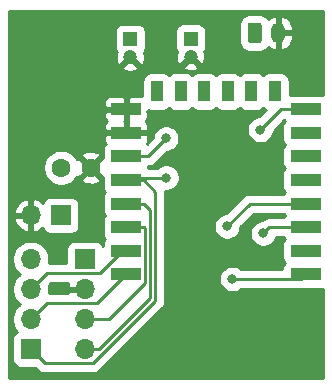
<source format=gbr>
%TF.GenerationSoftware,KiCad,Pcbnew,(5.1.6-0-10_14)*%
%TF.CreationDate,2020-10-28T22:54:16-04:00*%
%TF.ProjectId,weather_external,77656174-6865-4725-9f65-787465726e61,rev?*%
%TF.SameCoordinates,Original*%
%TF.FileFunction,Copper,L1,Top*%
%TF.FilePolarity,Positive*%
%FSLAX46Y46*%
G04 Gerber Fmt 4.6, Leading zero omitted, Abs format (unit mm)*
G04 Created by KiCad (PCBNEW (5.1.6-0-10_14)) date 2020-10-28 22:54:16*
%MOMM*%
%LPD*%
G01*
G04 APERTURE LIST*
%TA.AperFunction,ComponentPad*%
%ADD10O,1.700000X1.700000*%
%TD*%
%TA.AperFunction,ComponentPad*%
%ADD11R,1.700000X1.700000*%
%TD*%
%TA.AperFunction,ComponentPad*%
%ADD12C,1.600000*%
%TD*%
%TA.AperFunction,SMDPad,CuDef*%
%ADD13R,2.500000X1.000000*%
%TD*%
%TA.AperFunction,SMDPad,CuDef*%
%ADD14R,1.000000X1.800000*%
%TD*%
%TA.AperFunction,ComponentPad*%
%ADD15C,1.200000*%
%TD*%
%TA.AperFunction,ComponentPad*%
%ADD16R,1.200000X1.200000*%
%TD*%
%TA.AperFunction,ComponentPad*%
%ADD17O,1.200000X1.750000*%
%TD*%
%TA.AperFunction,ViaPad*%
%ADD18C,0.800000*%
%TD*%
%TA.AperFunction,Conductor*%
%ADD19C,0.250000*%
%TD*%
%TA.AperFunction,Conductor*%
%ADD20C,0.254000*%
%TD*%
G04 APERTURE END LIST*
D10*
%TO.P,FTDI1,4*%
%TO.N,RST*%
X-1425000Y-86630000D03*
%TO.P,FTDI1,3*%
%TO.N,RX*%
X-1425000Y-89170000D03*
%TO.P,FTDI1,2*%
%TO.N,TX*%
X-1425000Y-91710000D03*
D11*
%TO.P,FTDI1,1*%
%TO.N,GPIO0*%
X-1425000Y-94250000D03*
%TD*%
D12*
%TO.P,C3,2*%
%TO.N,RST*%
X1150000Y-78875000D03*
%TO.P,C3,1*%
%TO.N,GPIO15*%
X3650000Y-78875000D03*
%TD*%
D10*
%TO.P,I2C1,4*%
%TO.N,SDA*%
X3150000Y-94270000D03*
%TO.P,I2C1,3*%
%TO.N,SCL*%
X3150000Y-91730000D03*
%TO.P,I2C1,2*%
%TO.N,GPIO15*%
X3150000Y-89190000D03*
D11*
%TO.P,I2C1,1*%
%TO.N,+3V3*%
X3150000Y-86650000D03*
%TD*%
D10*
%TO.P,J1,2*%
%TO.N,GPIO15*%
X-1440000Y-82925000D03*
D11*
%TO.P,J1,1*%
%TO.N,+3V3*%
X1100000Y-82925000D03*
%TD*%
D13*
%TO.P,ESP8266-12E1,22*%
%TO.N,TX*%
X6650000Y-87925000D03*
%TO.P,ESP8266-12E1,21*%
%TO.N,RX*%
X6650000Y-85925000D03*
%TO.P,ESP8266-12E1,20*%
%TO.N,SCL*%
X6650000Y-83925000D03*
%TO.P,ESP8266-12E1,19*%
%TO.N,SDA*%
X6650000Y-81925000D03*
%TO.P,ESP8266-12E1,18*%
%TO.N,GPIO0*%
X6650000Y-79925000D03*
%TO.P,ESP8266-12E1,17*%
%TO.N,GPIO2*%
X6650000Y-77925000D03*
%TO.P,ESP8266-12E1,16*%
%TO.N,GPIO15*%
X6650000Y-75925000D03*
%TO.P,ESP8266-12E1,15*%
X6650000Y-73925000D03*
D14*
%TO.P,ESP8266-12E1,14*%
%TO.N,N/C*%
X9250000Y-72425000D03*
%TO.P,ESP8266-12E1,13*%
X11250000Y-72425000D03*
%TO.P,ESP8266-12E1,12*%
X13250000Y-72425000D03*
%TO.P,ESP8266-12E1,11*%
X15250000Y-72425000D03*
%TO.P,ESP8266-12E1,10*%
X17250000Y-72425000D03*
%TO.P,ESP8266-12E1,9*%
X19250000Y-72425000D03*
D13*
%TO.P,ESP8266-12E1,8*%
%TO.N,+3V3*%
X21850000Y-73925000D03*
%TO.P,ESP8266-12E1,7*%
%TO.N,N/C*%
X21850000Y-75925000D03*
%TO.P,ESP8266-12E1,6*%
X21850000Y-77925000D03*
%TO.P,ESP8266-12E1,5*%
X21850000Y-79925000D03*
%TO.P,ESP8266-12E1,4*%
%TO.N,GPIO16*%
X21850000Y-81925000D03*
%TO.P,ESP8266-12E1,3*%
%TO.N,EN*%
X21850000Y-83925000D03*
%TO.P,ESP8266-12E1,2*%
%TO.N,N/C*%
X21850000Y-85925000D03*
%TO.P,ESP8266-12E1,1*%
%TO.N,RST*%
X21850000Y-87925000D03*
%TD*%
D15*
%TO.P,C2,2*%
%TO.N,GPIO15*%
X7000000Y-69525000D03*
D16*
%TO.P,C2,1*%
%TO.N,+3V3*%
X7000000Y-68025000D03*
%TD*%
D17*
%TO.P,J2,2*%
%TO.N,GPIO15*%
X19525000Y-67475000D03*
%TO.P,J2,1*%
%TO.N,+3V3*%
%TA.AperFunction,ComponentPad*%
G36*
G01*
X16925000Y-68100001D02*
X16925000Y-66849999D01*
G75*
G02*
X17174999Y-66600000I249999J0D01*
G01*
X17875001Y-66600000D01*
G75*
G02*
X18125000Y-66849999I0J-249999D01*
G01*
X18125000Y-68100001D01*
G75*
G02*
X17875001Y-68350000I-249999J0D01*
G01*
X17174999Y-68350000D01*
G75*
G02*
X16925000Y-68100001I0J249999D01*
G01*
G37*
%TD.AperFunction*%
%TD*%
D15*
%TO.P,C1,2*%
%TO.N,GPIO15*%
X12100000Y-69475000D03*
D16*
%TO.P,C1,1*%
%TO.N,+3V3*%
X12100000Y-67975000D03*
%TD*%
D18*
%TO.N,+3V3*%
X18000000Y-75675000D03*
%TO.N,RST*%
X15625000Y-88300000D03*
%TO.N,GPIO0*%
X10050000Y-79725000D03*
%TO.N,GPIO2*%
X10025000Y-76400000D03*
%TO.N,GPIO16*%
X15200000Y-83850000D03*
%TO.N,EN*%
X18250000Y-84450000D03*
%TD*%
D19*
%TO.N,+3V3*%
X19750000Y-73925000D02*
X21850000Y-73925000D01*
X18000000Y-75675000D02*
X19750000Y-73925000D01*
%TO.N,RST*%
X21475000Y-88300000D02*
X21850000Y-87925000D01*
X15625000Y-88300000D02*
X21475000Y-88300000D01*
%TO.N,TX*%
X-80001Y-90365001D02*
X4209999Y-90365001D01*
X4209999Y-90365001D02*
X6650000Y-87925000D01*
X-1425000Y-91710000D02*
X-80001Y-90365001D01*
%TO.N,RX*%
X6314998Y-85925000D02*
X6650000Y-85925000D01*
X4414997Y-87825001D02*
X6314998Y-85925000D01*
X-80001Y-87825001D02*
X4414997Y-87825001D01*
X-1425000Y-89170000D02*
X-80001Y-87825001D01*
%TO.N,SCL*%
X8225001Y-84000001D02*
X8150000Y-83925000D01*
X8225001Y-88685001D02*
X8225001Y-84000001D01*
X8150000Y-83925000D02*
X6650000Y-83925000D01*
X5180002Y-91730000D02*
X8225001Y-88685001D01*
X3150000Y-91730000D02*
X5180002Y-91730000D01*
%TO.N,SDA*%
X8150000Y-81925000D02*
X6650000Y-81925000D01*
X8675011Y-82450011D02*
X8150000Y-81925000D01*
X4352081Y-94270000D02*
X8675011Y-89947070D01*
X8675011Y-89947070D02*
X8675011Y-82450011D01*
X3150000Y-94270000D02*
X4352081Y-94270000D01*
%TO.N,GPIO0*%
X8150000Y-79925000D02*
X6650000Y-79925000D01*
X9125021Y-90133470D02*
X9125021Y-80900021D01*
X9125021Y-80900021D02*
X8150000Y-79925000D01*
X3813490Y-95445001D02*
X9125021Y-90133470D01*
X-229999Y-95445001D02*
X3813490Y-95445001D01*
X-1425000Y-94250000D02*
X-229999Y-95445001D01*
X6850000Y-79725000D02*
X6650000Y-79925000D01*
X10050000Y-79725000D02*
X6850000Y-79725000D01*
%TO.N,GPIO2*%
X8500000Y-77925000D02*
X6650000Y-77925000D01*
X10025000Y-76400000D02*
X8500000Y-77925000D01*
%TO.N,GPIO16*%
X17125000Y-81925000D02*
X21850000Y-81925000D01*
X15200000Y-83850000D02*
X17125000Y-81925000D01*
%TO.N,EN*%
X18775000Y-83925000D02*
X21850000Y-83925000D01*
X18250000Y-84450000D02*
X18775000Y-83925000D01*
%TD*%
D20*
%TO.N,GPIO15*%
G36*
X23303000Y-72726867D02*
G01*
X23242517Y-72708520D01*
X23100000Y-72694483D01*
X20600000Y-72694483D01*
X20480517Y-72706251D01*
X20480517Y-71525000D01*
X20466480Y-71382483D01*
X20424910Y-71245443D01*
X20357403Y-71119147D01*
X20266554Y-71008446D01*
X20155853Y-70917597D01*
X20029557Y-70850090D01*
X19892517Y-70808520D01*
X19750000Y-70794483D01*
X18750000Y-70794483D01*
X18607483Y-70808520D01*
X18470443Y-70850090D01*
X18344147Y-70917597D01*
X18250000Y-70994861D01*
X18155853Y-70917597D01*
X18029557Y-70850090D01*
X17892517Y-70808520D01*
X17750000Y-70794483D01*
X16750000Y-70794483D01*
X16607483Y-70808520D01*
X16470443Y-70850090D01*
X16344147Y-70917597D01*
X16250000Y-70994861D01*
X16155853Y-70917597D01*
X16029557Y-70850090D01*
X15892517Y-70808520D01*
X15750000Y-70794483D01*
X14750000Y-70794483D01*
X14607483Y-70808520D01*
X14470443Y-70850090D01*
X14344147Y-70917597D01*
X14250000Y-70994861D01*
X14155853Y-70917597D01*
X14029557Y-70850090D01*
X13892517Y-70808520D01*
X13750000Y-70794483D01*
X12750000Y-70794483D01*
X12607483Y-70808520D01*
X12470443Y-70850090D01*
X12344147Y-70917597D01*
X12250000Y-70994861D01*
X12155853Y-70917597D01*
X12029557Y-70850090D01*
X11892517Y-70808520D01*
X11750000Y-70794483D01*
X10750000Y-70794483D01*
X10607483Y-70808520D01*
X10470443Y-70850090D01*
X10344147Y-70917597D01*
X10250000Y-70994861D01*
X10155853Y-70917597D01*
X10029557Y-70850090D01*
X9892517Y-70808520D01*
X9750000Y-70794483D01*
X8750000Y-70794483D01*
X8607483Y-70808520D01*
X8470443Y-70850090D01*
X8344147Y-70917597D01*
X8233446Y-71008446D01*
X8142597Y-71119147D01*
X8075090Y-71245443D01*
X8033520Y-71382483D01*
X8019483Y-71525000D01*
X8019483Y-72798696D01*
X7900000Y-72786928D01*
X6935750Y-72790000D01*
X6777000Y-72948750D01*
X6777000Y-73798000D01*
X6797000Y-73798000D01*
X6797000Y-74052000D01*
X6777000Y-74052000D01*
X6777000Y-74901250D01*
X6800750Y-74925000D01*
X6777000Y-74948750D01*
X6777000Y-75798000D01*
X8376250Y-75798000D01*
X8535000Y-75639250D01*
X8538072Y-75425000D01*
X8525812Y-75300518D01*
X8489502Y-75180820D01*
X8430537Y-75070506D01*
X8351185Y-74973815D01*
X8291704Y-74925000D01*
X8351185Y-74876185D01*
X8430537Y-74779494D01*
X8489502Y-74669180D01*
X8525812Y-74549482D01*
X8538072Y-74425000D01*
X8535000Y-74210750D01*
X8376252Y-74052002D01*
X8535000Y-74052002D01*
X8535000Y-74019493D01*
X8607483Y-74041480D01*
X8750000Y-74055517D01*
X9750000Y-74055517D01*
X9892517Y-74041480D01*
X10029557Y-73999910D01*
X10155853Y-73932403D01*
X10250000Y-73855139D01*
X10344147Y-73932403D01*
X10470443Y-73999910D01*
X10607483Y-74041480D01*
X10750000Y-74055517D01*
X11750000Y-74055517D01*
X11892517Y-74041480D01*
X12029557Y-73999910D01*
X12155853Y-73932403D01*
X12250000Y-73855139D01*
X12344147Y-73932403D01*
X12470443Y-73999910D01*
X12607483Y-74041480D01*
X12750000Y-74055517D01*
X13750000Y-74055517D01*
X13892517Y-74041480D01*
X14029557Y-73999910D01*
X14155853Y-73932403D01*
X14250000Y-73855139D01*
X14344147Y-73932403D01*
X14470443Y-73999910D01*
X14607483Y-74041480D01*
X14750000Y-74055517D01*
X15750000Y-74055517D01*
X15892517Y-74041480D01*
X16029557Y-73999910D01*
X16155853Y-73932403D01*
X16250000Y-73855139D01*
X16344147Y-73932403D01*
X16470443Y-73999910D01*
X16607483Y-74041480D01*
X16750000Y-74055517D01*
X17750000Y-74055517D01*
X17892517Y-74041480D01*
X18029557Y-73999910D01*
X18155853Y-73932403D01*
X18250000Y-73855139D01*
X18344147Y-73932403D01*
X18470272Y-73999819D01*
X17922091Y-74548000D01*
X17889000Y-74548000D01*
X17671266Y-74591310D01*
X17466165Y-74676266D01*
X17281579Y-74799602D01*
X17124602Y-74956579D01*
X17001266Y-75141165D01*
X16916310Y-75346266D01*
X16873000Y-75564000D01*
X16873000Y-75786000D01*
X16916310Y-76003734D01*
X17001266Y-76208835D01*
X17124602Y-76393421D01*
X17281579Y-76550398D01*
X17466165Y-76673734D01*
X17671266Y-76758690D01*
X17889000Y-76802000D01*
X18111000Y-76802000D01*
X18328734Y-76758690D01*
X18533835Y-76673734D01*
X18718421Y-76550398D01*
X18875398Y-76393421D01*
X18998734Y-76208835D01*
X19083690Y-76003734D01*
X19127000Y-75786000D01*
X19127000Y-75752909D01*
X20018046Y-74861863D01*
X20069861Y-74925000D01*
X19992597Y-75019147D01*
X19925090Y-75145443D01*
X19883520Y-75282483D01*
X19869483Y-75425000D01*
X19869483Y-76425000D01*
X19883520Y-76567517D01*
X19925090Y-76704557D01*
X19992597Y-76830853D01*
X20069861Y-76925000D01*
X19992597Y-77019147D01*
X19925090Y-77145443D01*
X19883520Y-77282483D01*
X19869483Y-77425000D01*
X19869483Y-78425000D01*
X19883520Y-78567517D01*
X19925090Y-78704557D01*
X19992597Y-78830853D01*
X20069861Y-78925000D01*
X19992597Y-79019147D01*
X19925090Y-79145443D01*
X19883520Y-79282483D01*
X19869483Y-79425000D01*
X19869483Y-80425000D01*
X19883520Y-80567517D01*
X19925090Y-80704557D01*
X19992597Y-80830853D01*
X20069861Y-80925000D01*
X19992597Y-81019147D01*
X19963812Y-81073000D01*
X17166848Y-81073000D01*
X17124999Y-81068878D01*
X17083150Y-81073000D01*
X17083148Y-81073000D01*
X16957979Y-81085328D01*
X16797376Y-81134046D01*
X16649363Y-81213161D01*
X16631716Y-81227644D01*
X16519630Y-81319630D01*
X16492950Y-81352140D01*
X15122091Y-82723000D01*
X15089000Y-82723000D01*
X14871266Y-82766310D01*
X14666165Y-82851266D01*
X14481579Y-82974602D01*
X14324602Y-83131579D01*
X14201266Y-83316165D01*
X14116310Y-83521266D01*
X14073000Y-83739000D01*
X14073000Y-83961000D01*
X14116310Y-84178734D01*
X14201266Y-84383835D01*
X14324602Y-84568421D01*
X14481579Y-84725398D01*
X14666165Y-84848734D01*
X14871266Y-84933690D01*
X15089000Y-84977000D01*
X15311000Y-84977000D01*
X15528734Y-84933690D01*
X15733835Y-84848734D01*
X15918421Y-84725398D01*
X16075398Y-84568421D01*
X16198734Y-84383835D01*
X16283690Y-84178734D01*
X16327000Y-83961000D01*
X16327000Y-83927909D01*
X17477910Y-82777000D01*
X19963812Y-82777000D01*
X19992597Y-82830853D01*
X20069861Y-82925000D01*
X19992597Y-83019147D01*
X19963812Y-83073000D01*
X18816848Y-83073000D01*
X18774999Y-83068878D01*
X18733150Y-83073000D01*
X18733148Y-83073000D01*
X18607979Y-83085328D01*
X18455509Y-83131579D01*
X18447376Y-83134046D01*
X18299363Y-83213161D01*
X18265484Y-83240965D01*
X18169630Y-83319630D01*
X18166864Y-83323000D01*
X18139000Y-83323000D01*
X17921266Y-83366310D01*
X17716165Y-83451266D01*
X17531579Y-83574602D01*
X17374602Y-83731579D01*
X17251266Y-83916165D01*
X17166310Y-84121266D01*
X17123000Y-84339000D01*
X17123000Y-84561000D01*
X17166310Y-84778734D01*
X17251266Y-84983835D01*
X17374602Y-85168421D01*
X17531579Y-85325398D01*
X17716165Y-85448734D01*
X17921266Y-85533690D01*
X18139000Y-85577000D01*
X18361000Y-85577000D01*
X18578734Y-85533690D01*
X18783835Y-85448734D01*
X18968421Y-85325398D01*
X19125398Y-85168421D01*
X19248734Y-84983835D01*
X19333690Y-84778734D01*
X19334035Y-84777000D01*
X19963812Y-84777000D01*
X19992597Y-84830853D01*
X20069861Y-84925000D01*
X19992597Y-85019147D01*
X19925090Y-85145443D01*
X19883520Y-85282483D01*
X19869483Y-85425000D01*
X19869483Y-86425000D01*
X19883520Y-86567517D01*
X19925090Y-86704557D01*
X19992597Y-86830853D01*
X20069861Y-86925000D01*
X19992597Y-87019147D01*
X19925090Y-87145443D01*
X19883520Y-87282483D01*
X19869483Y-87425000D01*
X19869483Y-87448000D01*
X16366819Y-87448000D01*
X16343421Y-87424602D01*
X16158835Y-87301266D01*
X15953734Y-87216310D01*
X15736000Y-87173000D01*
X15514000Y-87173000D01*
X15296266Y-87216310D01*
X15091165Y-87301266D01*
X14906579Y-87424602D01*
X14749602Y-87581579D01*
X14626266Y-87766165D01*
X14541310Y-87971266D01*
X14498000Y-88189000D01*
X14498000Y-88411000D01*
X14541310Y-88628734D01*
X14626266Y-88833835D01*
X14749602Y-89018421D01*
X14906579Y-89175398D01*
X15091165Y-89298734D01*
X15296266Y-89383690D01*
X15514000Y-89427000D01*
X15736000Y-89427000D01*
X15953734Y-89383690D01*
X16158835Y-89298734D01*
X16343421Y-89175398D01*
X16366819Y-89152000D01*
X20564292Y-89152000D01*
X20600000Y-89155517D01*
X21468858Y-89155517D01*
X21475000Y-89156122D01*
X21481142Y-89155517D01*
X23100000Y-89155517D01*
X23242517Y-89141480D01*
X23303001Y-89123133D01*
X23303001Y-96709000D01*
X-3237000Y-96709000D01*
X-3237000Y-93400000D01*
X-3005517Y-93400000D01*
X-3005517Y-95100000D01*
X-2991480Y-95242517D01*
X-2949910Y-95379557D01*
X-2882403Y-95505853D01*
X-2791554Y-95616554D01*
X-2680853Y-95707403D01*
X-2554557Y-95774910D01*
X-2417517Y-95816480D01*
X-2275000Y-95830517D01*
X-1049393Y-95830517D01*
X-862049Y-96017861D01*
X-835369Y-96050371D01*
X-705635Y-96156840D01*
X-557623Y-96235955D01*
X-397020Y-96284673D01*
X-271851Y-96297001D01*
X-271848Y-96297001D01*
X-229999Y-96301123D01*
X-188150Y-96297001D01*
X3771641Y-96297001D01*
X3813490Y-96301123D01*
X3855339Y-96297001D01*
X3855342Y-96297001D01*
X3980511Y-96284673D01*
X4141114Y-96235955D01*
X4289126Y-96156840D01*
X4418860Y-96050371D01*
X4445545Y-96017855D01*
X9697882Y-90765519D01*
X9730391Y-90738840D01*
X9795988Y-90658909D01*
X9836860Y-90609107D01*
X9867149Y-90552440D01*
X9915975Y-90461094D01*
X9964693Y-90300491D01*
X9977021Y-90175322D01*
X9977021Y-90175320D01*
X9981143Y-90133471D01*
X9977021Y-90091622D01*
X9977021Y-80941870D01*
X9981143Y-80900021D01*
X9976413Y-80852000D01*
X10161000Y-80852000D01*
X10378734Y-80808690D01*
X10583835Y-80723734D01*
X10768421Y-80600398D01*
X10925398Y-80443421D01*
X11048734Y-80258835D01*
X11133690Y-80053734D01*
X11177000Y-79836000D01*
X11177000Y-79614000D01*
X11133690Y-79396266D01*
X11048734Y-79191165D01*
X10925398Y-79006579D01*
X10768421Y-78849602D01*
X10583835Y-78726266D01*
X10378734Y-78641310D01*
X10161000Y-78598000D01*
X9939000Y-78598000D01*
X9721266Y-78641310D01*
X9516165Y-78726266D01*
X9331579Y-78849602D01*
X9308181Y-78873000D01*
X8472814Y-78873000D01*
X8507403Y-78830853D01*
X8535874Y-78777589D01*
X8541849Y-78777000D01*
X8541852Y-78777000D01*
X8667021Y-78764672D01*
X8827624Y-78715954D01*
X8975636Y-78636839D01*
X9105370Y-78530370D01*
X9132055Y-78497854D01*
X10102910Y-77527000D01*
X10136000Y-77527000D01*
X10353734Y-77483690D01*
X10558835Y-77398734D01*
X10743421Y-77275398D01*
X10900398Y-77118421D01*
X11023734Y-76933835D01*
X11108690Y-76728734D01*
X11152000Y-76511000D01*
X11152000Y-76289000D01*
X11108690Y-76071266D01*
X11023734Y-75866165D01*
X10900398Y-75681579D01*
X10743421Y-75524602D01*
X10558835Y-75401266D01*
X10353734Y-75316310D01*
X10136000Y-75273000D01*
X9914000Y-75273000D01*
X9696266Y-75316310D01*
X9491165Y-75401266D01*
X9306579Y-75524602D01*
X9149602Y-75681579D01*
X9026266Y-75866165D01*
X8941310Y-76071266D01*
X8898000Y-76289000D01*
X8898000Y-76322090D01*
X8384499Y-76835592D01*
X8430537Y-76779494D01*
X8489502Y-76669180D01*
X8525812Y-76549482D01*
X8538072Y-76425000D01*
X8535000Y-76210750D01*
X8376250Y-76052000D01*
X6777000Y-76052000D01*
X6777000Y-76072000D01*
X6523000Y-76072000D01*
X6523000Y-76052000D01*
X4923750Y-76052000D01*
X4765000Y-76210750D01*
X4761928Y-76425000D01*
X4774188Y-76549482D01*
X4810498Y-76669180D01*
X4869463Y-76779494D01*
X4938328Y-76863406D01*
X4883446Y-76908446D01*
X4792597Y-77019147D01*
X4725090Y-77145443D01*
X4683520Y-77282483D01*
X4669483Y-77425000D01*
X4669483Y-78069761D01*
X4642702Y-78061903D01*
X3829605Y-78875000D01*
X4642702Y-79688097D01*
X4669483Y-79680239D01*
X4669483Y-80425000D01*
X4683520Y-80567517D01*
X4725090Y-80704557D01*
X4792597Y-80830853D01*
X4869861Y-80925000D01*
X4792597Y-81019147D01*
X4725090Y-81145443D01*
X4683520Y-81282483D01*
X4669483Y-81425000D01*
X4669483Y-82425000D01*
X4683520Y-82567517D01*
X4725090Y-82704557D01*
X4792597Y-82830853D01*
X4869861Y-82925000D01*
X4792597Y-83019147D01*
X4725090Y-83145443D01*
X4683520Y-83282483D01*
X4669483Y-83425000D01*
X4669483Y-84425000D01*
X4683520Y-84567517D01*
X4725090Y-84704557D01*
X4792597Y-84830853D01*
X4869861Y-84925000D01*
X4792597Y-85019147D01*
X4725090Y-85145443D01*
X4683520Y-85282483D01*
X4669483Y-85425000D01*
X4669483Y-85510290D01*
X4607403Y-85394147D01*
X4516554Y-85283446D01*
X4405853Y-85192597D01*
X4279557Y-85125090D01*
X4142517Y-85083520D01*
X4000000Y-85069483D01*
X2300000Y-85069483D01*
X2157483Y-85083520D01*
X2020443Y-85125090D01*
X1894147Y-85192597D01*
X1783446Y-85283446D01*
X1692597Y-85394147D01*
X1625090Y-85520443D01*
X1583520Y-85657483D01*
X1569483Y-85800000D01*
X1569483Y-86973001D01*
X114668Y-86973001D01*
X152000Y-86785321D01*
X152000Y-86474679D01*
X91396Y-86170006D01*
X-27481Y-85883011D01*
X-200064Y-85624721D01*
X-419721Y-85405064D01*
X-678011Y-85232481D01*
X-965006Y-85113604D01*
X-1269679Y-85053000D01*
X-1580321Y-85053000D01*
X-1884994Y-85113604D01*
X-2171989Y-85232481D01*
X-2430279Y-85405064D01*
X-2649936Y-85624721D01*
X-2822519Y-85883011D01*
X-2941396Y-86170006D01*
X-3002000Y-86474679D01*
X-3002000Y-86785321D01*
X-2941396Y-87089994D01*
X-2822519Y-87376989D01*
X-2649936Y-87635279D01*
X-2430279Y-87854936D01*
X-2362836Y-87900000D01*
X-2430279Y-87945064D01*
X-2649936Y-88164721D01*
X-2822519Y-88423011D01*
X-2941396Y-88710006D01*
X-3002000Y-89014679D01*
X-3002000Y-89325321D01*
X-2941396Y-89629994D01*
X-2822519Y-89916989D01*
X-2649936Y-90175279D01*
X-2430279Y-90394936D01*
X-2362836Y-90440000D01*
X-2430279Y-90485064D01*
X-2649936Y-90704721D01*
X-2822519Y-90963011D01*
X-2941396Y-91250006D01*
X-3002000Y-91554679D01*
X-3002000Y-91865321D01*
X-2941396Y-92169994D01*
X-2822519Y-92456989D01*
X-2649936Y-92715279D01*
X-2610319Y-92754896D01*
X-2680853Y-92792597D01*
X-2791554Y-92883446D01*
X-2882403Y-92994147D01*
X-2949910Y-93120443D01*
X-2991480Y-93257483D01*
X-3005517Y-93400000D01*
X-3237000Y-93400000D01*
X-3237000Y-83281891D01*
X-2881481Y-83281891D01*
X-2784157Y-83556252D01*
X-2635178Y-83806355D01*
X-2440269Y-84022588D01*
X-2206920Y-84196641D01*
X-1944099Y-84321825D01*
X-1796890Y-84366476D01*
X-1567000Y-84245155D01*
X-1567000Y-83052000D01*
X-2760814Y-83052000D01*
X-2881481Y-83281891D01*
X-3237000Y-83281891D01*
X-3237000Y-82568109D01*
X-2881481Y-82568109D01*
X-2760814Y-82798000D01*
X-1567000Y-82798000D01*
X-1567000Y-81604845D01*
X-1313000Y-81604845D01*
X-1313000Y-82798000D01*
X-1293000Y-82798000D01*
X-1293000Y-83052000D01*
X-1313000Y-83052000D01*
X-1313000Y-84245155D01*
X-1083110Y-84366476D01*
X-935901Y-84321825D01*
X-673080Y-84196641D01*
X-439731Y-84022588D01*
X-435898Y-84018335D01*
X-424910Y-84054557D01*
X-357403Y-84180853D01*
X-266554Y-84291554D01*
X-155853Y-84382403D01*
X-29557Y-84449910D01*
X107483Y-84491480D01*
X250000Y-84505517D01*
X1950000Y-84505517D01*
X2092517Y-84491480D01*
X2229557Y-84449910D01*
X2355853Y-84382403D01*
X2466554Y-84291554D01*
X2557403Y-84180853D01*
X2624910Y-84054557D01*
X2666480Y-83917517D01*
X2680517Y-83775000D01*
X2680517Y-82075000D01*
X2666480Y-81932483D01*
X2624910Y-81795443D01*
X2557403Y-81669147D01*
X2466554Y-81558446D01*
X2355853Y-81467597D01*
X2229557Y-81400090D01*
X2092517Y-81358520D01*
X1950000Y-81344483D01*
X250000Y-81344483D01*
X107483Y-81358520D01*
X-29557Y-81400090D01*
X-155853Y-81467597D01*
X-266554Y-81558446D01*
X-357403Y-81669147D01*
X-424910Y-81795443D01*
X-435898Y-81831665D01*
X-439731Y-81827412D01*
X-673080Y-81653359D01*
X-935901Y-81528175D01*
X-1083110Y-81483524D01*
X-1313000Y-81604845D01*
X-1567000Y-81604845D01*
X-1796890Y-81483524D01*
X-1944099Y-81528175D01*
X-2206920Y-81653359D01*
X-2440269Y-81827412D01*
X-2635178Y-82043645D01*
X-2784157Y-82293748D01*
X-2881481Y-82568109D01*
X-3237000Y-82568109D01*
X-3237000Y-78724604D01*
X-377000Y-78724604D01*
X-377000Y-79025396D01*
X-318319Y-79320410D01*
X-203210Y-79598306D01*
X-36099Y-79848406D01*
X176594Y-80061099D01*
X426694Y-80228210D01*
X704590Y-80343319D01*
X999604Y-80402000D01*
X1300396Y-80402000D01*
X1595410Y-80343319D01*
X1873306Y-80228210D01*
X2123406Y-80061099D01*
X2316803Y-79867702D01*
X2836903Y-79867702D01*
X2908486Y-80111671D01*
X3163996Y-80232571D01*
X3438184Y-80301300D01*
X3720512Y-80315217D01*
X4000130Y-80273787D01*
X4266292Y-80178603D01*
X4391514Y-80111671D01*
X4463097Y-79867702D01*
X3650000Y-79054605D01*
X2836903Y-79867702D01*
X2316803Y-79867702D01*
X2336099Y-79848406D01*
X2478305Y-79635579D01*
X2657298Y-79688097D01*
X3470395Y-78875000D01*
X2657298Y-78061903D01*
X2478305Y-78114421D01*
X2336099Y-77901594D01*
X2316803Y-77882298D01*
X2836903Y-77882298D01*
X3650000Y-78695395D01*
X4463097Y-77882298D01*
X4391514Y-77638329D01*
X4136004Y-77517429D01*
X3861816Y-77448700D01*
X3579488Y-77434783D01*
X3299870Y-77476213D01*
X3033708Y-77571397D01*
X2908486Y-77638329D01*
X2836903Y-77882298D01*
X2316803Y-77882298D01*
X2123406Y-77688901D01*
X1873306Y-77521790D01*
X1595410Y-77406681D01*
X1300396Y-77348000D01*
X999604Y-77348000D01*
X704590Y-77406681D01*
X426694Y-77521790D01*
X176594Y-77688901D01*
X-36099Y-77901594D01*
X-203210Y-78151694D01*
X-318319Y-78429590D01*
X-377000Y-78724604D01*
X-3237000Y-78724604D01*
X-3237000Y-74425000D01*
X4761928Y-74425000D01*
X4774188Y-74549482D01*
X4810498Y-74669180D01*
X4869463Y-74779494D01*
X4948815Y-74876185D01*
X5008296Y-74925000D01*
X4948815Y-74973815D01*
X4869463Y-75070506D01*
X4810498Y-75180820D01*
X4774188Y-75300518D01*
X4761928Y-75425000D01*
X4765000Y-75639250D01*
X4923750Y-75798000D01*
X6523000Y-75798000D01*
X6523000Y-74948750D01*
X6499250Y-74925000D01*
X6523000Y-74901250D01*
X6523000Y-74052000D01*
X4923750Y-74052000D01*
X4765000Y-74210750D01*
X4761928Y-74425000D01*
X-3237000Y-74425000D01*
X-3237000Y-73425000D01*
X4761928Y-73425000D01*
X4765000Y-73639250D01*
X4923750Y-73798000D01*
X6523000Y-73798000D01*
X6523000Y-72948750D01*
X6364250Y-72790000D01*
X5400000Y-72786928D01*
X5275518Y-72799188D01*
X5155820Y-72835498D01*
X5045506Y-72894463D01*
X4948815Y-72973815D01*
X4869463Y-73070506D01*
X4810498Y-73180820D01*
X4774188Y-73300518D01*
X4761928Y-73425000D01*
X-3237000Y-73425000D01*
X-3237000Y-70374764D01*
X6329841Y-70374764D01*
X6377148Y-70598348D01*
X6598516Y-70699237D01*
X6835313Y-70755000D01*
X7078438Y-70763495D01*
X7318549Y-70724395D01*
X7546418Y-70639202D01*
X7622852Y-70598348D01*
X7670159Y-70374764D01*
X7620159Y-70324764D01*
X11429841Y-70324764D01*
X11477148Y-70548348D01*
X11698516Y-70649237D01*
X11935313Y-70705000D01*
X12178438Y-70713495D01*
X12418549Y-70674395D01*
X12646418Y-70589202D01*
X12722852Y-70548348D01*
X12770159Y-70324764D01*
X12100000Y-69654605D01*
X11429841Y-70324764D01*
X7620159Y-70324764D01*
X7000000Y-69704605D01*
X6329841Y-70374764D01*
X-3237000Y-70374764D01*
X-3237000Y-67425000D01*
X5669483Y-67425000D01*
X5669483Y-68625000D01*
X5683520Y-68767517D01*
X5725090Y-68904557D01*
X5792597Y-69030853D01*
X5841073Y-69089922D01*
X5825763Y-69123516D01*
X5770000Y-69360313D01*
X5761505Y-69603438D01*
X5800605Y-69843549D01*
X5885798Y-70071418D01*
X5926652Y-70147852D01*
X6150236Y-70195159D01*
X6820395Y-69525000D01*
X6806253Y-69510858D01*
X6961593Y-69355517D01*
X7038407Y-69355517D01*
X7193748Y-69510858D01*
X7179605Y-69525000D01*
X7849764Y-70195159D01*
X8073348Y-70147852D01*
X8174237Y-69926484D01*
X8230000Y-69689687D01*
X8238495Y-69446562D01*
X8199395Y-69206451D01*
X8156798Y-69092516D01*
X8207403Y-69030853D01*
X8274910Y-68904557D01*
X8316480Y-68767517D01*
X8330517Y-68625000D01*
X8330517Y-67425000D01*
X8325593Y-67375000D01*
X10769483Y-67375000D01*
X10769483Y-68575000D01*
X10783520Y-68717517D01*
X10825090Y-68854557D01*
X10892597Y-68980853D01*
X10941073Y-69039922D01*
X10925763Y-69073516D01*
X10870000Y-69310313D01*
X10861505Y-69553438D01*
X10900605Y-69793549D01*
X10985798Y-70021418D01*
X11026652Y-70097852D01*
X11250236Y-70145159D01*
X11920395Y-69475000D01*
X11906253Y-69460858D01*
X12061593Y-69305517D01*
X12138407Y-69305517D01*
X12293748Y-69460858D01*
X12279605Y-69475000D01*
X12949764Y-70145159D01*
X13173348Y-70097852D01*
X13274237Y-69876484D01*
X13330000Y-69639687D01*
X13338495Y-69396562D01*
X13299395Y-69156451D01*
X13256798Y-69042516D01*
X13307403Y-68980853D01*
X13374910Y-68854557D01*
X13416480Y-68717517D01*
X13430517Y-68575000D01*
X13430517Y-67375000D01*
X13416480Y-67232483D01*
X13374910Y-67095443D01*
X13307403Y-66969147D01*
X13216554Y-66858446D01*
X13206262Y-66849999D01*
X16194483Y-66849999D01*
X16194483Y-68100001D01*
X16213323Y-68291290D01*
X16269120Y-68475228D01*
X16359730Y-68644747D01*
X16481669Y-68793331D01*
X16630253Y-68915270D01*
X16799772Y-69005880D01*
X16983710Y-69061677D01*
X17174999Y-69080517D01*
X17875001Y-69080517D01*
X18066290Y-69061677D01*
X18250228Y-69005880D01*
X18419747Y-68915270D01*
X18568331Y-68793331D01*
X18682345Y-68654404D01*
X18741526Y-68713078D01*
X18944467Y-68847421D01*
X19169718Y-68939591D01*
X19207391Y-68943462D01*
X19398000Y-68818731D01*
X19398000Y-67602000D01*
X19652000Y-67602000D01*
X19652000Y-68818731D01*
X19842609Y-68943462D01*
X19880282Y-68939591D01*
X20105533Y-68847421D01*
X20308474Y-68713078D01*
X20481307Y-68541725D01*
X20617390Y-68339946D01*
X20711493Y-68115496D01*
X20760000Y-67877000D01*
X20760000Y-67602000D01*
X19652000Y-67602000D01*
X19398000Y-67602000D01*
X19378000Y-67602000D01*
X19378000Y-67348000D01*
X19398000Y-67348000D01*
X19398000Y-66131269D01*
X19652000Y-66131269D01*
X19652000Y-67348000D01*
X20760000Y-67348000D01*
X20760000Y-67073000D01*
X20711493Y-66834504D01*
X20617390Y-66610054D01*
X20481307Y-66408275D01*
X20308474Y-66236922D01*
X20105533Y-66102579D01*
X19880282Y-66010409D01*
X19842609Y-66006538D01*
X19652000Y-66131269D01*
X19398000Y-66131269D01*
X19207391Y-66006538D01*
X19169718Y-66010409D01*
X18944467Y-66102579D01*
X18741526Y-66236922D01*
X18682345Y-66295596D01*
X18568331Y-66156669D01*
X18419747Y-66034730D01*
X18250228Y-65944120D01*
X18066290Y-65888323D01*
X17875001Y-65869483D01*
X17174999Y-65869483D01*
X16983710Y-65888323D01*
X16799772Y-65944120D01*
X16630253Y-66034730D01*
X16481669Y-66156669D01*
X16359730Y-66305253D01*
X16269120Y-66474772D01*
X16213323Y-66658710D01*
X16194483Y-66849999D01*
X13206262Y-66849999D01*
X13105853Y-66767597D01*
X12979557Y-66700090D01*
X12842517Y-66658520D01*
X12700000Y-66644483D01*
X11500000Y-66644483D01*
X11357483Y-66658520D01*
X11220443Y-66700090D01*
X11094147Y-66767597D01*
X10983446Y-66858446D01*
X10892597Y-66969147D01*
X10825090Y-67095443D01*
X10783520Y-67232483D01*
X10769483Y-67375000D01*
X8325593Y-67375000D01*
X8316480Y-67282483D01*
X8274910Y-67145443D01*
X8207403Y-67019147D01*
X8116554Y-66908446D01*
X8005853Y-66817597D01*
X7879557Y-66750090D01*
X7742517Y-66708520D01*
X7600000Y-66694483D01*
X6400000Y-66694483D01*
X6257483Y-66708520D01*
X6120443Y-66750090D01*
X5994147Y-66817597D01*
X5883446Y-66908446D01*
X5792597Y-67019147D01*
X5725090Y-67145443D01*
X5683520Y-67282483D01*
X5669483Y-67425000D01*
X-3237000Y-67425000D01*
X-3237000Y-65597000D01*
X23303000Y-65597000D01*
X23303000Y-72726867D01*
G37*
X23303000Y-72726867D02*
X23242517Y-72708520D01*
X23100000Y-72694483D01*
X20600000Y-72694483D01*
X20480517Y-72706251D01*
X20480517Y-71525000D01*
X20466480Y-71382483D01*
X20424910Y-71245443D01*
X20357403Y-71119147D01*
X20266554Y-71008446D01*
X20155853Y-70917597D01*
X20029557Y-70850090D01*
X19892517Y-70808520D01*
X19750000Y-70794483D01*
X18750000Y-70794483D01*
X18607483Y-70808520D01*
X18470443Y-70850090D01*
X18344147Y-70917597D01*
X18250000Y-70994861D01*
X18155853Y-70917597D01*
X18029557Y-70850090D01*
X17892517Y-70808520D01*
X17750000Y-70794483D01*
X16750000Y-70794483D01*
X16607483Y-70808520D01*
X16470443Y-70850090D01*
X16344147Y-70917597D01*
X16250000Y-70994861D01*
X16155853Y-70917597D01*
X16029557Y-70850090D01*
X15892517Y-70808520D01*
X15750000Y-70794483D01*
X14750000Y-70794483D01*
X14607483Y-70808520D01*
X14470443Y-70850090D01*
X14344147Y-70917597D01*
X14250000Y-70994861D01*
X14155853Y-70917597D01*
X14029557Y-70850090D01*
X13892517Y-70808520D01*
X13750000Y-70794483D01*
X12750000Y-70794483D01*
X12607483Y-70808520D01*
X12470443Y-70850090D01*
X12344147Y-70917597D01*
X12250000Y-70994861D01*
X12155853Y-70917597D01*
X12029557Y-70850090D01*
X11892517Y-70808520D01*
X11750000Y-70794483D01*
X10750000Y-70794483D01*
X10607483Y-70808520D01*
X10470443Y-70850090D01*
X10344147Y-70917597D01*
X10250000Y-70994861D01*
X10155853Y-70917597D01*
X10029557Y-70850090D01*
X9892517Y-70808520D01*
X9750000Y-70794483D01*
X8750000Y-70794483D01*
X8607483Y-70808520D01*
X8470443Y-70850090D01*
X8344147Y-70917597D01*
X8233446Y-71008446D01*
X8142597Y-71119147D01*
X8075090Y-71245443D01*
X8033520Y-71382483D01*
X8019483Y-71525000D01*
X8019483Y-72798696D01*
X7900000Y-72786928D01*
X6935750Y-72790000D01*
X6777000Y-72948750D01*
X6777000Y-73798000D01*
X6797000Y-73798000D01*
X6797000Y-74052000D01*
X6777000Y-74052000D01*
X6777000Y-74901250D01*
X6800750Y-74925000D01*
X6777000Y-74948750D01*
X6777000Y-75798000D01*
X8376250Y-75798000D01*
X8535000Y-75639250D01*
X8538072Y-75425000D01*
X8525812Y-75300518D01*
X8489502Y-75180820D01*
X8430537Y-75070506D01*
X8351185Y-74973815D01*
X8291704Y-74925000D01*
X8351185Y-74876185D01*
X8430537Y-74779494D01*
X8489502Y-74669180D01*
X8525812Y-74549482D01*
X8538072Y-74425000D01*
X8535000Y-74210750D01*
X8376252Y-74052002D01*
X8535000Y-74052002D01*
X8535000Y-74019493D01*
X8607483Y-74041480D01*
X8750000Y-74055517D01*
X9750000Y-74055517D01*
X9892517Y-74041480D01*
X10029557Y-73999910D01*
X10155853Y-73932403D01*
X10250000Y-73855139D01*
X10344147Y-73932403D01*
X10470443Y-73999910D01*
X10607483Y-74041480D01*
X10750000Y-74055517D01*
X11750000Y-74055517D01*
X11892517Y-74041480D01*
X12029557Y-73999910D01*
X12155853Y-73932403D01*
X12250000Y-73855139D01*
X12344147Y-73932403D01*
X12470443Y-73999910D01*
X12607483Y-74041480D01*
X12750000Y-74055517D01*
X13750000Y-74055517D01*
X13892517Y-74041480D01*
X14029557Y-73999910D01*
X14155853Y-73932403D01*
X14250000Y-73855139D01*
X14344147Y-73932403D01*
X14470443Y-73999910D01*
X14607483Y-74041480D01*
X14750000Y-74055517D01*
X15750000Y-74055517D01*
X15892517Y-74041480D01*
X16029557Y-73999910D01*
X16155853Y-73932403D01*
X16250000Y-73855139D01*
X16344147Y-73932403D01*
X16470443Y-73999910D01*
X16607483Y-74041480D01*
X16750000Y-74055517D01*
X17750000Y-74055517D01*
X17892517Y-74041480D01*
X18029557Y-73999910D01*
X18155853Y-73932403D01*
X18250000Y-73855139D01*
X18344147Y-73932403D01*
X18470272Y-73999819D01*
X17922091Y-74548000D01*
X17889000Y-74548000D01*
X17671266Y-74591310D01*
X17466165Y-74676266D01*
X17281579Y-74799602D01*
X17124602Y-74956579D01*
X17001266Y-75141165D01*
X16916310Y-75346266D01*
X16873000Y-75564000D01*
X16873000Y-75786000D01*
X16916310Y-76003734D01*
X17001266Y-76208835D01*
X17124602Y-76393421D01*
X17281579Y-76550398D01*
X17466165Y-76673734D01*
X17671266Y-76758690D01*
X17889000Y-76802000D01*
X18111000Y-76802000D01*
X18328734Y-76758690D01*
X18533835Y-76673734D01*
X18718421Y-76550398D01*
X18875398Y-76393421D01*
X18998734Y-76208835D01*
X19083690Y-76003734D01*
X19127000Y-75786000D01*
X19127000Y-75752909D01*
X20018046Y-74861863D01*
X20069861Y-74925000D01*
X19992597Y-75019147D01*
X19925090Y-75145443D01*
X19883520Y-75282483D01*
X19869483Y-75425000D01*
X19869483Y-76425000D01*
X19883520Y-76567517D01*
X19925090Y-76704557D01*
X19992597Y-76830853D01*
X20069861Y-76925000D01*
X19992597Y-77019147D01*
X19925090Y-77145443D01*
X19883520Y-77282483D01*
X19869483Y-77425000D01*
X19869483Y-78425000D01*
X19883520Y-78567517D01*
X19925090Y-78704557D01*
X19992597Y-78830853D01*
X20069861Y-78925000D01*
X19992597Y-79019147D01*
X19925090Y-79145443D01*
X19883520Y-79282483D01*
X19869483Y-79425000D01*
X19869483Y-80425000D01*
X19883520Y-80567517D01*
X19925090Y-80704557D01*
X19992597Y-80830853D01*
X20069861Y-80925000D01*
X19992597Y-81019147D01*
X19963812Y-81073000D01*
X17166848Y-81073000D01*
X17124999Y-81068878D01*
X17083150Y-81073000D01*
X17083148Y-81073000D01*
X16957979Y-81085328D01*
X16797376Y-81134046D01*
X16649363Y-81213161D01*
X16631716Y-81227644D01*
X16519630Y-81319630D01*
X16492950Y-81352140D01*
X15122091Y-82723000D01*
X15089000Y-82723000D01*
X14871266Y-82766310D01*
X14666165Y-82851266D01*
X14481579Y-82974602D01*
X14324602Y-83131579D01*
X14201266Y-83316165D01*
X14116310Y-83521266D01*
X14073000Y-83739000D01*
X14073000Y-83961000D01*
X14116310Y-84178734D01*
X14201266Y-84383835D01*
X14324602Y-84568421D01*
X14481579Y-84725398D01*
X14666165Y-84848734D01*
X14871266Y-84933690D01*
X15089000Y-84977000D01*
X15311000Y-84977000D01*
X15528734Y-84933690D01*
X15733835Y-84848734D01*
X15918421Y-84725398D01*
X16075398Y-84568421D01*
X16198734Y-84383835D01*
X16283690Y-84178734D01*
X16327000Y-83961000D01*
X16327000Y-83927909D01*
X17477910Y-82777000D01*
X19963812Y-82777000D01*
X19992597Y-82830853D01*
X20069861Y-82925000D01*
X19992597Y-83019147D01*
X19963812Y-83073000D01*
X18816848Y-83073000D01*
X18774999Y-83068878D01*
X18733150Y-83073000D01*
X18733148Y-83073000D01*
X18607979Y-83085328D01*
X18455509Y-83131579D01*
X18447376Y-83134046D01*
X18299363Y-83213161D01*
X18265484Y-83240965D01*
X18169630Y-83319630D01*
X18166864Y-83323000D01*
X18139000Y-83323000D01*
X17921266Y-83366310D01*
X17716165Y-83451266D01*
X17531579Y-83574602D01*
X17374602Y-83731579D01*
X17251266Y-83916165D01*
X17166310Y-84121266D01*
X17123000Y-84339000D01*
X17123000Y-84561000D01*
X17166310Y-84778734D01*
X17251266Y-84983835D01*
X17374602Y-85168421D01*
X17531579Y-85325398D01*
X17716165Y-85448734D01*
X17921266Y-85533690D01*
X18139000Y-85577000D01*
X18361000Y-85577000D01*
X18578734Y-85533690D01*
X18783835Y-85448734D01*
X18968421Y-85325398D01*
X19125398Y-85168421D01*
X19248734Y-84983835D01*
X19333690Y-84778734D01*
X19334035Y-84777000D01*
X19963812Y-84777000D01*
X19992597Y-84830853D01*
X20069861Y-84925000D01*
X19992597Y-85019147D01*
X19925090Y-85145443D01*
X19883520Y-85282483D01*
X19869483Y-85425000D01*
X19869483Y-86425000D01*
X19883520Y-86567517D01*
X19925090Y-86704557D01*
X19992597Y-86830853D01*
X20069861Y-86925000D01*
X19992597Y-87019147D01*
X19925090Y-87145443D01*
X19883520Y-87282483D01*
X19869483Y-87425000D01*
X19869483Y-87448000D01*
X16366819Y-87448000D01*
X16343421Y-87424602D01*
X16158835Y-87301266D01*
X15953734Y-87216310D01*
X15736000Y-87173000D01*
X15514000Y-87173000D01*
X15296266Y-87216310D01*
X15091165Y-87301266D01*
X14906579Y-87424602D01*
X14749602Y-87581579D01*
X14626266Y-87766165D01*
X14541310Y-87971266D01*
X14498000Y-88189000D01*
X14498000Y-88411000D01*
X14541310Y-88628734D01*
X14626266Y-88833835D01*
X14749602Y-89018421D01*
X14906579Y-89175398D01*
X15091165Y-89298734D01*
X15296266Y-89383690D01*
X15514000Y-89427000D01*
X15736000Y-89427000D01*
X15953734Y-89383690D01*
X16158835Y-89298734D01*
X16343421Y-89175398D01*
X16366819Y-89152000D01*
X20564292Y-89152000D01*
X20600000Y-89155517D01*
X21468858Y-89155517D01*
X21475000Y-89156122D01*
X21481142Y-89155517D01*
X23100000Y-89155517D01*
X23242517Y-89141480D01*
X23303001Y-89123133D01*
X23303001Y-96709000D01*
X-3237000Y-96709000D01*
X-3237000Y-93400000D01*
X-3005517Y-93400000D01*
X-3005517Y-95100000D01*
X-2991480Y-95242517D01*
X-2949910Y-95379557D01*
X-2882403Y-95505853D01*
X-2791554Y-95616554D01*
X-2680853Y-95707403D01*
X-2554557Y-95774910D01*
X-2417517Y-95816480D01*
X-2275000Y-95830517D01*
X-1049393Y-95830517D01*
X-862049Y-96017861D01*
X-835369Y-96050371D01*
X-705635Y-96156840D01*
X-557623Y-96235955D01*
X-397020Y-96284673D01*
X-271851Y-96297001D01*
X-271848Y-96297001D01*
X-229999Y-96301123D01*
X-188150Y-96297001D01*
X3771641Y-96297001D01*
X3813490Y-96301123D01*
X3855339Y-96297001D01*
X3855342Y-96297001D01*
X3980511Y-96284673D01*
X4141114Y-96235955D01*
X4289126Y-96156840D01*
X4418860Y-96050371D01*
X4445545Y-96017855D01*
X9697882Y-90765519D01*
X9730391Y-90738840D01*
X9795988Y-90658909D01*
X9836860Y-90609107D01*
X9867149Y-90552440D01*
X9915975Y-90461094D01*
X9964693Y-90300491D01*
X9977021Y-90175322D01*
X9977021Y-90175320D01*
X9981143Y-90133471D01*
X9977021Y-90091622D01*
X9977021Y-80941870D01*
X9981143Y-80900021D01*
X9976413Y-80852000D01*
X10161000Y-80852000D01*
X10378734Y-80808690D01*
X10583835Y-80723734D01*
X10768421Y-80600398D01*
X10925398Y-80443421D01*
X11048734Y-80258835D01*
X11133690Y-80053734D01*
X11177000Y-79836000D01*
X11177000Y-79614000D01*
X11133690Y-79396266D01*
X11048734Y-79191165D01*
X10925398Y-79006579D01*
X10768421Y-78849602D01*
X10583835Y-78726266D01*
X10378734Y-78641310D01*
X10161000Y-78598000D01*
X9939000Y-78598000D01*
X9721266Y-78641310D01*
X9516165Y-78726266D01*
X9331579Y-78849602D01*
X9308181Y-78873000D01*
X8472814Y-78873000D01*
X8507403Y-78830853D01*
X8535874Y-78777589D01*
X8541849Y-78777000D01*
X8541852Y-78777000D01*
X8667021Y-78764672D01*
X8827624Y-78715954D01*
X8975636Y-78636839D01*
X9105370Y-78530370D01*
X9132055Y-78497854D01*
X10102910Y-77527000D01*
X10136000Y-77527000D01*
X10353734Y-77483690D01*
X10558835Y-77398734D01*
X10743421Y-77275398D01*
X10900398Y-77118421D01*
X11023734Y-76933835D01*
X11108690Y-76728734D01*
X11152000Y-76511000D01*
X11152000Y-76289000D01*
X11108690Y-76071266D01*
X11023734Y-75866165D01*
X10900398Y-75681579D01*
X10743421Y-75524602D01*
X10558835Y-75401266D01*
X10353734Y-75316310D01*
X10136000Y-75273000D01*
X9914000Y-75273000D01*
X9696266Y-75316310D01*
X9491165Y-75401266D01*
X9306579Y-75524602D01*
X9149602Y-75681579D01*
X9026266Y-75866165D01*
X8941310Y-76071266D01*
X8898000Y-76289000D01*
X8898000Y-76322090D01*
X8384499Y-76835592D01*
X8430537Y-76779494D01*
X8489502Y-76669180D01*
X8525812Y-76549482D01*
X8538072Y-76425000D01*
X8535000Y-76210750D01*
X8376250Y-76052000D01*
X6777000Y-76052000D01*
X6777000Y-76072000D01*
X6523000Y-76072000D01*
X6523000Y-76052000D01*
X4923750Y-76052000D01*
X4765000Y-76210750D01*
X4761928Y-76425000D01*
X4774188Y-76549482D01*
X4810498Y-76669180D01*
X4869463Y-76779494D01*
X4938328Y-76863406D01*
X4883446Y-76908446D01*
X4792597Y-77019147D01*
X4725090Y-77145443D01*
X4683520Y-77282483D01*
X4669483Y-77425000D01*
X4669483Y-78069761D01*
X4642702Y-78061903D01*
X3829605Y-78875000D01*
X4642702Y-79688097D01*
X4669483Y-79680239D01*
X4669483Y-80425000D01*
X4683520Y-80567517D01*
X4725090Y-80704557D01*
X4792597Y-80830853D01*
X4869861Y-80925000D01*
X4792597Y-81019147D01*
X4725090Y-81145443D01*
X4683520Y-81282483D01*
X4669483Y-81425000D01*
X4669483Y-82425000D01*
X4683520Y-82567517D01*
X4725090Y-82704557D01*
X4792597Y-82830853D01*
X4869861Y-82925000D01*
X4792597Y-83019147D01*
X4725090Y-83145443D01*
X4683520Y-83282483D01*
X4669483Y-83425000D01*
X4669483Y-84425000D01*
X4683520Y-84567517D01*
X4725090Y-84704557D01*
X4792597Y-84830853D01*
X4869861Y-84925000D01*
X4792597Y-85019147D01*
X4725090Y-85145443D01*
X4683520Y-85282483D01*
X4669483Y-85425000D01*
X4669483Y-85510290D01*
X4607403Y-85394147D01*
X4516554Y-85283446D01*
X4405853Y-85192597D01*
X4279557Y-85125090D01*
X4142517Y-85083520D01*
X4000000Y-85069483D01*
X2300000Y-85069483D01*
X2157483Y-85083520D01*
X2020443Y-85125090D01*
X1894147Y-85192597D01*
X1783446Y-85283446D01*
X1692597Y-85394147D01*
X1625090Y-85520443D01*
X1583520Y-85657483D01*
X1569483Y-85800000D01*
X1569483Y-86973001D01*
X114668Y-86973001D01*
X152000Y-86785321D01*
X152000Y-86474679D01*
X91396Y-86170006D01*
X-27481Y-85883011D01*
X-200064Y-85624721D01*
X-419721Y-85405064D01*
X-678011Y-85232481D01*
X-965006Y-85113604D01*
X-1269679Y-85053000D01*
X-1580321Y-85053000D01*
X-1884994Y-85113604D01*
X-2171989Y-85232481D01*
X-2430279Y-85405064D01*
X-2649936Y-85624721D01*
X-2822519Y-85883011D01*
X-2941396Y-86170006D01*
X-3002000Y-86474679D01*
X-3002000Y-86785321D01*
X-2941396Y-87089994D01*
X-2822519Y-87376989D01*
X-2649936Y-87635279D01*
X-2430279Y-87854936D01*
X-2362836Y-87900000D01*
X-2430279Y-87945064D01*
X-2649936Y-88164721D01*
X-2822519Y-88423011D01*
X-2941396Y-88710006D01*
X-3002000Y-89014679D01*
X-3002000Y-89325321D01*
X-2941396Y-89629994D01*
X-2822519Y-89916989D01*
X-2649936Y-90175279D01*
X-2430279Y-90394936D01*
X-2362836Y-90440000D01*
X-2430279Y-90485064D01*
X-2649936Y-90704721D01*
X-2822519Y-90963011D01*
X-2941396Y-91250006D01*
X-3002000Y-91554679D01*
X-3002000Y-91865321D01*
X-2941396Y-92169994D01*
X-2822519Y-92456989D01*
X-2649936Y-92715279D01*
X-2610319Y-92754896D01*
X-2680853Y-92792597D01*
X-2791554Y-92883446D01*
X-2882403Y-92994147D01*
X-2949910Y-93120443D01*
X-2991480Y-93257483D01*
X-3005517Y-93400000D01*
X-3237000Y-93400000D01*
X-3237000Y-83281891D01*
X-2881481Y-83281891D01*
X-2784157Y-83556252D01*
X-2635178Y-83806355D01*
X-2440269Y-84022588D01*
X-2206920Y-84196641D01*
X-1944099Y-84321825D01*
X-1796890Y-84366476D01*
X-1567000Y-84245155D01*
X-1567000Y-83052000D01*
X-2760814Y-83052000D01*
X-2881481Y-83281891D01*
X-3237000Y-83281891D01*
X-3237000Y-82568109D01*
X-2881481Y-82568109D01*
X-2760814Y-82798000D01*
X-1567000Y-82798000D01*
X-1567000Y-81604845D01*
X-1313000Y-81604845D01*
X-1313000Y-82798000D01*
X-1293000Y-82798000D01*
X-1293000Y-83052000D01*
X-1313000Y-83052000D01*
X-1313000Y-84245155D01*
X-1083110Y-84366476D01*
X-935901Y-84321825D01*
X-673080Y-84196641D01*
X-439731Y-84022588D01*
X-435898Y-84018335D01*
X-424910Y-84054557D01*
X-357403Y-84180853D01*
X-266554Y-84291554D01*
X-155853Y-84382403D01*
X-29557Y-84449910D01*
X107483Y-84491480D01*
X250000Y-84505517D01*
X1950000Y-84505517D01*
X2092517Y-84491480D01*
X2229557Y-84449910D01*
X2355853Y-84382403D01*
X2466554Y-84291554D01*
X2557403Y-84180853D01*
X2624910Y-84054557D01*
X2666480Y-83917517D01*
X2680517Y-83775000D01*
X2680517Y-82075000D01*
X2666480Y-81932483D01*
X2624910Y-81795443D01*
X2557403Y-81669147D01*
X2466554Y-81558446D01*
X2355853Y-81467597D01*
X2229557Y-81400090D01*
X2092517Y-81358520D01*
X1950000Y-81344483D01*
X250000Y-81344483D01*
X107483Y-81358520D01*
X-29557Y-81400090D01*
X-155853Y-81467597D01*
X-266554Y-81558446D01*
X-357403Y-81669147D01*
X-424910Y-81795443D01*
X-435898Y-81831665D01*
X-439731Y-81827412D01*
X-673080Y-81653359D01*
X-935901Y-81528175D01*
X-1083110Y-81483524D01*
X-1313000Y-81604845D01*
X-1567000Y-81604845D01*
X-1796890Y-81483524D01*
X-1944099Y-81528175D01*
X-2206920Y-81653359D01*
X-2440269Y-81827412D01*
X-2635178Y-82043645D01*
X-2784157Y-82293748D01*
X-2881481Y-82568109D01*
X-3237000Y-82568109D01*
X-3237000Y-78724604D01*
X-377000Y-78724604D01*
X-377000Y-79025396D01*
X-318319Y-79320410D01*
X-203210Y-79598306D01*
X-36099Y-79848406D01*
X176594Y-80061099D01*
X426694Y-80228210D01*
X704590Y-80343319D01*
X999604Y-80402000D01*
X1300396Y-80402000D01*
X1595410Y-80343319D01*
X1873306Y-80228210D01*
X2123406Y-80061099D01*
X2316803Y-79867702D01*
X2836903Y-79867702D01*
X2908486Y-80111671D01*
X3163996Y-80232571D01*
X3438184Y-80301300D01*
X3720512Y-80315217D01*
X4000130Y-80273787D01*
X4266292Y-80178603D01*
X4391514Y-80111671D01*
X4463097Y-79867702D01*
X3650000Y-79054605D01*
X2836903Y-79867702D01*
X2316803Y-79867702D01*
X2336099Y-79848406D01*
X2478305Y-79635579D01*
X2657298Y-79688097D01*
X3470395Y-78875000D01*
X2657298Y-78061903D01*
X2478305Y-78114421D01*
X2336099Y-77901594D01*
X2316803Y-77882298D01*
X2836903Y-77882298D01*
X3650000Y-78695395D01*
X4463097Y-77882298D01*
X4391514Y-77638329D01*
X4136004Y-77517429D01*
X3861816Y-77448700D01*
X3579488Y-77434783D01*
X3299870Y-77476213D01*
X3033708Y-77571397D01*
X2908486Y-77638329D01*
X2836903Y-77882298D01*
X2316803Y-77882298D01*
X2123406Y-77688901D01*
X1873306Y-77521790D01*
X1595410Y-77406681D01*
X1300396Y-77348000D01*
X999604Y-77348000D01*
X704590Y-77406681D01*
X426694Y-77521790D01*
X176594Y-77688901D01*
X-36099Y-77901594D01*
X-203210Y-78151694D01*
X-318319Y-78429590D01*
X-377000Y-78724604D01*
X-3237000Y-78724604D01*
X-3237000Y-74425000D01*
X4761928Y-74425000D01*
X4774188Y-74549482D01*
X4810498Y-74669180D01*
X4869463Y-74779494D01*
X4948815Y-74876185D01*
X5008296Y-74925000D01*
X4948815Y-74973815D01*
X4869463Y-75070506D01*
X4810498Y-75180820D01*
X4774188Y-75300518D01*
X4761928Y-75425000D01*
X4765000Y-75639250D01*
X4923750Y-75798000D01*
X6523000Y-75798000D01*
X6523000Y-74948750D01*
X6499250Y-74925000D01*
X6523000Y-74901250D01*
X6523000Y-74052000D01*
X4923750Y-74052000D01*
X4765000Y-74210750D01*
X4761928Y-74425000D01*
X-3237000Y-74425000D01*
X-3237000Y-73425000D01*
X4761928Y-73425000D01*
X4765000Y-73639250D01*
X4923750Y-73798000D01*
X6523000Y-73798000D01*
X6523000Y-72948750D01*
X6364250Y-72790000D01*
X5400000Y-72786928D01*
X5275518Y-72799188D01*
X5155820Y-72835498D01*
X5045506Y-72894463D01*
X4948815Y-72973815D01*
X4869463Y-73070506D01*
X4810498Y-73180820D01*
X4774188Y-73300518D01*
X4761928Y-73425000D01*
X-3237000Y-73425000D01*
X-3237000Y-70374764D01*
X6329841Y-70374764D01*
X6377148Y-70598348D01*
X6598516Y-70699237D01*
X6835313Y-70755000D01*
X7078438Y-70763495D01*
X7318549Y-70724395D01*
X7546418Y-70639202D01*
X7622852Y-70598348D01*
X7670159Y-70374764D01*
X7620159Y-70324764D01*
X11429841Y-70324764D01*
X11477148Y-70548348D01*
X11698516Y-70649237D01*
X11935313Y-70705000D01*
X12178438Y-70713495D01*
X12418549Y-70674395D01*
X12646418Y-70589202D01*
X12722852Y-70548348D01*
X12770159Y-70324764D01*
X12100000Y-69654605D01*
X11429841Y-70324764D01*
X7620159Y-70324764D01*
X7000000Y-69704605D01*
X6329841Y-70374764D01*
X-3237000Y-70374764D01*
X-3237000Y-67425000D01*
X5669483Y-67425000D01*
X5669483Y-68625000D01*
X5683520Y-68767517D01*
X5725090Y-68904557D01*
X5792597Y-69030853D01*
X5841073Y-69089922D01*
X5825763Y-69123516D01*
X5770000Y-69360313D01*
X5761505Y-69603438D01*
X5800605Y-69843549D01*
X5885798Y-70071418D01*
X5926652Y-70147852D01*
X6150236Y-70195159D01*
X6820395Y-69525000D01*
X6806253Y-69510858D01*
X6961593Y-69355517D01*
X7038407Y-69355517D01*
X7193748Y-69510858D01*
X7179605Y-69525000D01*
X7849764Y-70195159D01*
X8073348Y-70147852D01*
X8174237Y-69926484D01*
X8230000Y-69689687D01*
X8238495Y-69446562D01*
X8199395Y-69206451D01*
X8156798Y-69092516D01*
X8207403Y-69030853D01*
X8274910Y-68904557D01*
X8316480Y-68767517D01*
X8330517Y-68625000D01*
X8330517Y-67425000D01*
X8325593Y-67375000D01*
X10769483Y-67375000D01*
X10769483Y-68575000D01*
X10783520Y-68717517D01*
X10825090Y-68854557D01*
X10892597Y-68980853D01*
X10941073Y-69039922D01*
X10925763Y-69073516D01*
X10870000Y-69310313D01*
X10861505Y-69553438D01*
X10900605Y-69793549D01*
X10985798Y-70021418D01*
X11026652Y-70097852D01*
X11250236Y-70145159D01*
X11920395Y-69475000D01*
X11906253Y-69460858D01*
X12061593Y-69305517D01*
X12138407Y-69305517D01*
X12293748Y-69460858D01*
X12279605Y-69475000D01*
X12949764Y-70145159D01*
X13173348Y-70097852D01*
X13274237Y-69876484D01*
X13330000Y-69639687D01*
X13338495Y-69396562D01*
X13299395Y-69156451D01*
X13256798Y-69042516D01*
X13307403Y-68980853D01*
X13374910Y-68854557D01*
X13416480Y-68717517D01*
X13430517Y-68575000D01*
X13430517Y-67375000D01*
X13416480Y-67232483D01*
X13374910Y-67095443D01*
X13307403Y-66969147D01*
X13216554Y-66858446D01*
X13206262Y-66849999D01*
X16194483Y-66849999D01*
X16194483Y-68100001D01*
X16213323Y-68291290D01*
X16269120Y-68475228D01*
X16359730Y-68644747D01*
X16481669Y-68793331D01*
X16630253Y-68915270D01*
X16799772Y-69005880D01*
X16983710Y-69061677D01*
X17174999Y-69080517D01*
X17875001Y-69080517D01*
X18066290Y-69061677D01*
X18250228Y-69005880D01*
X18419747Y-68915270D01*
X18568331Y-68793331D01*
X18682345Y-68654404D01*
X18741526Y-68713078D01*
X18944467Y-68847421D01*
X19169718Y-68939591D01*
X19207391Y-68943462D01*
X19398000Y-68818731D01*
X19398000Y-67602000D01*
X19652000Y-67602000D01*
X19652000Y-68818731D01*
X19842609Y-68943462D01*
X19880282Y-68939591D01*
X20105533Y-68847421D01*
X20308474Y-68713078D01*
X20481307Y-68541725D01*
X20617390Y-68339946D01*
X20711493Y-68115496D01*
X20760000Y-67877000D01*
X20760000Y-67602000D01*
X19652000Y-67602000D01*
X19398000Y-67602000D01*
X19378000Y-67602000D01*
X19378000Y-67348000D01*
X19398000Y-67348000D01*
X19398000Y-66131269D01*
X19652000Y-66131269D01*
X19652000Y-67348000D01*
X20760000Y-67348000D01*
X20760000Y-67073000D01*
X20711493Y-66834504D01*
X20617390Y-66610054D01*
X20481307Y-66408275D01*
X20308474Y-66236922D01*
X20105533Y-66102579D01*
X19880282Y-66010409D01*
X19842609Y-66006538D01*
X19652000Y-66131269D01*
X19398000Y-66131269D01*
X19207391Y-66006538D01*
X19169718Y-66010409D01*
X18944467Y-66102579D01*
X18741526Y-66236922D01*
X18682345Y-66295596D01*
X18568331Y-66156669D01*
X18419747Y-66034730D01*
X18250228Y-65944120D01*
X18066290Y-65888323D01*
X17875001Y-65869483D01*
X17174999Y-65869483D01*
X16983710Y-65888323D01*
X16799772Y-65944120D01*
X16630253Y-66034730D01*
X16481669Y-66156669D01*
X16359730Y-66305253D01*
X16269120Y-66474772D01*
X16213323Y-66658710D01*
X16194483Y-66849999D01*
X13206262Y-66849999D01*
X13105853Y-66767597D01*
X12979557Y-66700090D01*
X12842517Y-66658520D01*
X12700000Y-66644483D01*
X11500000Y-66644483D01*
X11357483Y-66658520D01*
X11220443Y-66700090D01*
X11094147Y-66767597D01*
X10983446Y-66858446D01*
X10892597Y-66969147D01*
X10825090Y-67095443D01*
X10783520Y-67232483D01*
X10769483Y-67375000D01*
X8325593Y-67375000D01*
X8316480Y-67282483D01*
X8274910Y-67145443D01*
X8207403Y-67019147D01*
X8116554Y-66908446D01*
X8005853Y-66817597D01*
X7879557Y-66750090D01*
X7742517Y-66708520D01*
X7600000Y-66694483D01*
X6400000Y-66694483D01*
X6257483Y-66708520D01*
X6120443Y-66750090D01*
X5994147Y-66817597D01*
X5883446Y-66908446D01*
X5792597Y-67019147D01*
X5725090Y-67145443D01*
X5683520Y-67282483D01*
X5669483Y-67425000D01*
X-3237000Y-67425000D01*
X-3237000Y-65597000D01*
X23303000Y-65597000D01*
X23303000Y-72726867D01*
G36*
X1753175Y-88685901D02*
G01*
X1708524Y-88833110D01*
X1829845Y-89063000D01*
X3023000Y-89063000D01*
X3023000Y-89043000D01*
X3277000Y-89043000D01*
X3277000Y-89063000D01*
X3297000Y-89063000D01*
X3297000Y-89317000D01*
X3277000Y-89317000D01*
X3277000Y-89337000D01*
X3023000Y-89337000D01*
X3023000Y-89317000D01*
X1829845Y-89317000D01*
X1726408Y-89513001D01*
X114668Y-89513001D01*
X152000Y-89325321D01*
X152000Y-89014679D01*
X116035Y-88833874D01*
X272909Y-88677001D01*
X1757414Y-88677001D01*
X1753175Y-88685901D01*
G37*
X1753175Y-88685901D02*
X1708524Y-88833110D01*
X1829845Y-89063000D01*
X3023000Y-89063000D01*
X3023000Y-89043000D01*
X3277000Y-89043000D01*
X3277000Y-89063000D01*
X3297000Y-89063000D01*
X3297000Y-89317000D01*
X3277000Y-89317000D01*
X3277000Y-89337000D01*
X3023000Y-89337000D01*
X3023000Y-89317000D01*
X1829845Y-89317000D01*
X1726408Y-89513001D01*
X114668Y-89513001D01*
X152000Y-89325321D01*
X152000Y-89014679D01*
X116035Y-88833874D01*
X272909Y-88677001D01*
X1757414Y-88677001D01*
X1753175Y-88685901D01*
%TD*%
M02*

</source>
